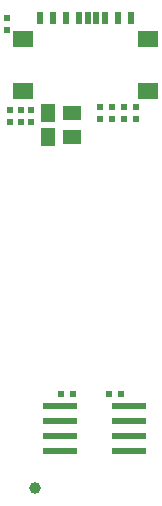
<source format=gbr>
%TF.GenerationSoftware,KiCad,Pcbnew,7.0.11-7.0.11~ubuntu22.04.1*%
%TF.CreationDate,2024-12-17T16:05:18+02:00*%
%TF.ProjectId,RP2350-PICO2-XXL_Rev_A,52503233-3530-42d5-9049-434f322d5858,A*%
%TF.SameCoordinates,PX81b3200PY6e263e0*%
%TF.FileFunction,Paste,Bot*%
%TF.FilePolarity,Positive*%
%FSLAX46Y46*%
G04 Gerber Fmt 4.6, Leading zero omitted, Abs format (unit mm)*
G04 Created by KiCad (PCBNEW 7.0.11-7.0.11~ubuntu22.04.1) date 2024-12-17 16:05:18*
%MOMM*%
%LPD*%
G01*
G04 APERTURE LIST*
%ADD10R,0.550000X0.500000*%
%ADD11R,2.200000X0.600000*%
%ADD12C,1.000000*%
%ADD13R,0.500000X0.550000*%
%ADD14R,1.270000X1.524000*%
%ADD15R,1.524000X1.270000*%
%ADD16R,1.760000X1.460000*%
%ADD17R,0.500000X1.000000*%
G04 APERTURE END LIST*
D10*
%TO.C,R20*%
X15000000Y32742000D03*
X15000000Y33758000D03*
%TD*%
D11*
%TO.C,U4*%
X17735000Y8405000D03*
X17735000Y7135000D03*
X17735000Y5865000D03*
X17735000Y4595000D03*
X11265000Y4595000D03*
X11265000Y5865000D03*
X11265000Y7135000D03*
X11265000Y8405000D03*
%TD*%
%TO.C,U5*%
X17100000Y8405000D03*
X17100000Y7135000D03*
X17100000Y5865000D03*
X17100000Y4595000D03*
X11900000Y4595000D03*
X11900000Y5865000D03*
X11900000Y7135000D03*
X11900000Y8405000D03*
%TD*%
D12*
%TO.C,FID4*%
X9450000Y1500000D03*
%TD*%
D13*
%TO.C,C26*%
X11692000Y9500000D03*
X12708000Y9500000D03*
%TD*%
D10*
%TO.C,R25*%
X9150000Y32492000D03*
X9150000Y33508000D03*
%TD*%
D13*
%TO.C,R16*%
X15684000Y9500000D03*
X16700000Y9500000D03*
%TD*%
D10*
%TO.C,R23*%
X18000000Y32742000D03*
X18000000Y33758000D03*
%TD*%
%TO.C,R21*%
X7350000Y33508000D03*
X7350000Y32492000D03*
%TD*%
%TO.C,R22*%
X7100000Y40242000D03*
X7100000Y41258000D03*
%TD*%
%TO.C,R19*%
X17000000Y32742000D03*
X17000000Y33758000D03*
%TD*%
D14*
%TO.C,L3*%
X10600000Y33276000D03*
X10600000Y31244000D03*
%TD*%
D10*
%TO.C,R24*%
X16000000Y32742000D03*
X16000000Y33758000D03*
%TD*%
D15*
%TO.C,C27*%
X12600000Y33266000D03*
X12600000Y31234000D03*
%TD*%
D16*
%TO.C,MICRO_SD1*%
X8450000Y39550000D03*
X8450000Y35100000D03*
X19050000Y39550000D03*
X19050000Y35100000D03*
D17*
X17600000Y41300000D03*
X16500000Y41300000D03*
X15400000Y41300000D03*
X14650000Y41300000D03*
X13200000Y41300000D03*
X12100000Y41300000D03*
X11000000Y41300000D03*
X9900000Y41300000D03*
X13950000Y41300000D03*
%TD*%
D10*
%TO.C,R26*%
X8250000Y32492000D03*
X8250000Y33508000D03*
%TD*%
M02*

</source>
